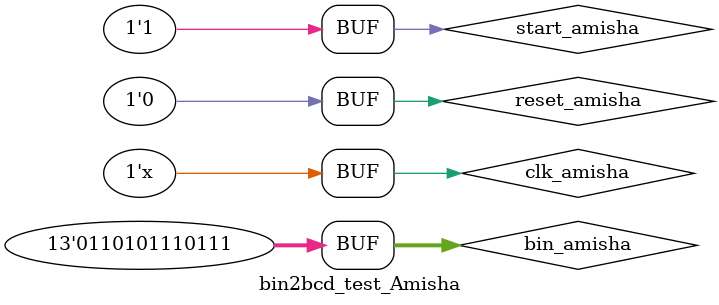
<source format=v>
`timescale 1ns / 1ps


module bin2bcd_test_Amisha;
	// Inputs
	reg clk_amisha;
	reg reset_amisha;
	reg start_amisha;
	reg [12:0] bin_amisha;
	// Outputs
	wire ready_amisha;
	wire done_tick_amisha;
	wire [3:0] bcd3_amisha;
	wire [3:0] bcd2_amisha;
	wire [3:0] bcd1_amisha;
	wire [3:0] bcd0_amisha;
	// Instantiate the Unit Under Test (UUT)
	bin2bcd_Amisha uut (
		.clk_amisha(clk_amisha), 
		.reset_amisha(reset_amisha), 
		.start_amisha(start_amisha), 
		.bin_amisha(bin_amisha), 
		.ready_amisha(ready_amisha), 
		.done_tick_amisha(done_tick_amisha), 
		.bcd3_amisha(bcd3_amisha), 
		.bcd2_amisha(bcd2_amisha), 
		.bcd1_amisha(bcd1_amisha), 
		.bcd0_amisha(bcd0_amisha)
	);
	initial begin
		clk_amisha = 0;
		reset_amisha = 1;
		start_amisha = 0;
		bin_amisha = 0;
		#100;
		reset_amisha = 0;
		start_amisha = 1;
		bin_amisha = 13'b0110101110111;
		#100;
	end
always #50 clk_amisha = ~clk_amisha;     
endmodule


</source>
